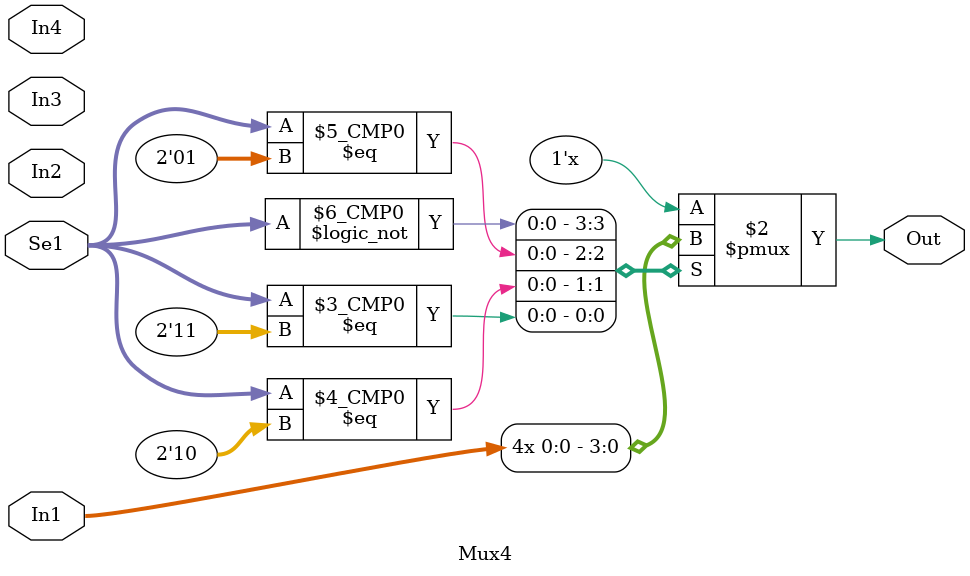
<source format=v>
`timescale 1ns / 1ps
module Mux4(Se1,In1,In2,In3,In4,Out
    );

	input[1:0] Se1;
	input In1,In2,In3,In4;
	
	output Out;
	reg Out;
	
	always @(Se1 or In1 or In2 or In3 or In4)
	begin
		case(Se1)
			2'b00: Out = In1;
			2'b01: Out = In1;
			2'b10: Out = In1;
			2'b11: Out = In1;
		endcase
	end

endmodule

</source>
